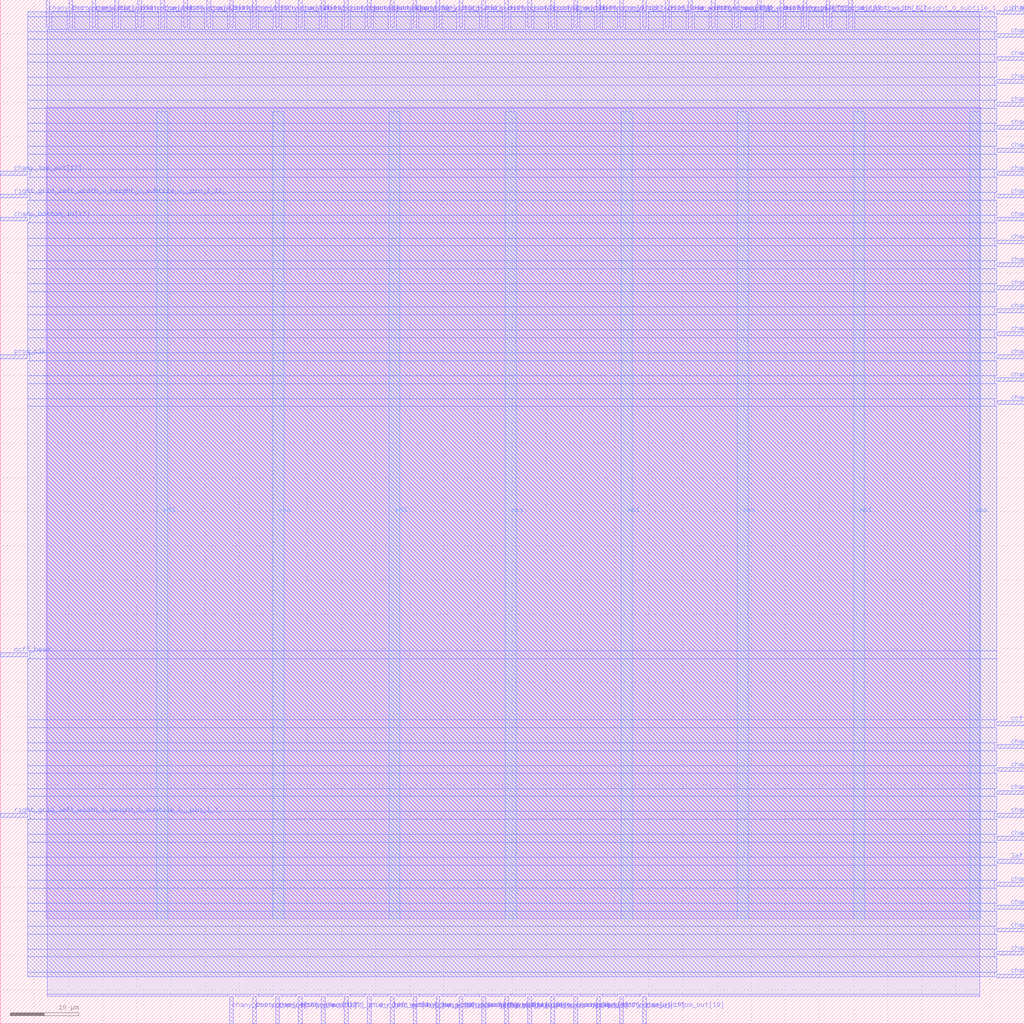
<source format=lef>
VERSION 5.7 ;
  NOWIREEXTENSIONATPIN ON ;
  DIVIDERCHAR "/" ;
  BUSBITCHARS "[]" ;
MACRO cby_0__1_
  CLASS BLOCK ;
  FOREIGN cby_0__1_ ;
  ORIGIN 0.000 0.000 ;
  SIZE 150.000 BY 150.000 ;
  PIN ccff_head
    DIRECTION INPUT ;
    USE SIGNAL ;
    ANTENNAGATEAREA 0.741000 ;
    ANTENNADIFFAREA 0.410400 ;
    PORT
      LAYER Metal3 ;
        RECT 0.000 53.760 4.000 54.320 ;
    END
  END ccff_head
  PIN ccff_tail
    DIRECTION OUTPUT TRISTATE ;
    USE SIGNAL ;
    ANTENNADIFFAREA 2.080400 ;
    PORT
      LAYER Metal3 ;
        RECT 146.000 43.680 150.000 44.240 ;
    END
  END ccff_tail
  PIN chany_bottom_in[0]
    DIRECTION INPUT ;
    USE SIGNAL ;
    ANTENNAGATEAREA 0.741000 ;
    ANTENNADIFFAREA 0.410400 ;
    PORT
      LAYER Metal2 ;
        RECT 6.720 146.000 7.280 150.000 ;
    END
  END chany_bottom_in[0]
  PIN chany_bottom_in[10]
    DIRECTION INPUT ;
    USE SIGNAL ;
    ANTENNAGATEAREA 0.741000 ;
    ANTENNADIFFAREA 0.410400 ;
    PORT
      LAYER Metal2 ;
        RECT 33.600 0.000 34.160 4.000 ;
    END
  END chany_bottom_in[10]
  PIN chany_bottom_in[11]
    DIRECTION INPUT ;
    USE SIGNAL ;
    ANTENNAGATEAREA 0.741000 ;
    ANTENNADIFFAREA 0.410400 ;
    PORT
      LAYER Metal3 ;
        RECT 146.000 104.160 150.000 104.720 ;
    END
  END chany_bottom_in[11]
  PIN chany_bottom_in[12]
    DIRECTION INPUT ;
    USE SIGNAL ;
    ANTENNAGATEAREA 0.741000 ;
    ANTENNADIFFAREA 0.410400 ;
    PORT
      LAYER Metal2 ;
        RECT 124.320 146.000 124.880 150.000 ;
    END
  END chany_bottom_in[12]
  PIN chany_bottom_in[13]
    DIRECTION INPUT ;
    USE SIGNAL ;
    ANTENNAGATEAREA 0.741000 ;
    ANTENNADIFFAREA 0.410400 ;
    PORT
      LAYER Metal2 ;
        RECT 43.680 146.000 44.240 150.000 ;
    END
  END chany_bottom_in[13]
  PIN chany_bottom_in[14]
    DIRECTION INPUT ;
    USE SIGNAL ;
    ANTENNAGATEAREA 0.741000 ;
    ANTENNADIFFAREA 0.410400 ;
    PORT
      LAYER Metal2 ;
        RECT 16.800 146.000 17.360 150.000 ;
    END
  END chany_bottom_in[14]
  PIN chany_bottom_in[15]
    DIRECTION INPUT ;
    USE SIGNAL ;
    ANTENNAGATEAREA 0.741000 ;
    ANTENNADIFFAREA 0.410400 ;
    PORT
      LAYER Metal2 ;
        RECT 77.280 146.000 77.840 150.000 ;
    END
  END chany_bottom_in[15]
  PIN chany_bottom_in[16]
    DIRECTION INPUT ;
    USE SIGNAL ;
    ANTENNAGATEAREA 0.741000 ;
    ANTENNADIFFAREA 0.410400 ;
    PORT
      LAYER Metal3 ;
        RECT 146.000 147.840 150.000 148.400 ;
    END
  END chany_bottom_in[16]
  PIN chany_bottom_in[17]
    DIRECTION INPUT ;
    USE SIGNAL ;
    ANTENNAGATEAREA 0.741000 ;
    ANTENNADIFFAREA 0.410400 ;
    PORT
      LAYER Metal3 ;
        RECT 0.000 117.600 4.000 118.160 ;
    END
  END chany_bottom_in[17]
  PIN chany_bottom_in[18]
    DIRECTION INPUT ;
    USE SIGNAL ;
    ANTENNAGATEAREA 0.741000 ;
    ANTENNADIFFAREA 0.410400 ;
    PORT
      LAYER Metal2 ;
        RECT 117.600 146.000 118.160 150.000 ;
    END
  END chany_bottom_in[18]
  PIN chany_bottom_in[19]
    DIRECTION INPUT ;
    USE SIGNAL ;
    ANTENNAGATEAREA 0.741000 ;
    ANTENNADIFFAREA 0.410400 ;
    PORT
      LAYER Metal2 ;
        RECT 36.960 146.000 37.520 150.000 ;
    END
  END chany_bottom_in[19]
  PIN chany_bottom_in[1]
    DIRECTION INPUT ;
    USE SIGNAL ;
    ANTENNAGATEAREA 0.741000 ;
    ANTENNADIFFAREA 0.410400 ;
    PORT
      LAYER Metal2 ;
        RECT 30.240 146.000 30.800 150.000 ;
    END
  END chany_bottom_in[1]
  PIN chany_bottom_in[2]
    DIRECTION INPUT ;
    USE SIGNAL ;
    ANTENNAGATEAREA 0.741000 ;
    ANTENNADIFFAREA 0.410400 ;
    PORT
      LAYER Metal2 ;
        RECT 23.520 146.000 24.080 150.000 ;
    END
  END chany_bottom_in[2]
  PIN chany_bottom_in[3]
    DIRECTION INPUT ;
    USE SIGNAL ;
    ANTENNAGATEAREA 0.741000 ;
    ANTENNADIFFAREA 0.410400 ;
    PORT
      LAYER Metal2 ;
        RECT 73.920 146.000 74.480 150.000 ;
    END
  END chany_bottom_in[3]
  PIN chany_bottom_in[4]
    DIRECTION INPUT ;
    USE SIGNAL ;
    ANTENNAGATEAREA 0.741000 ;
    ANTENNADIFFAREA 0.410400 ;
    PORT
      LAYER Metal2 ;
        RECT 87.360 0.000 87.920 4.000 ;
    END
  END chany_bottom_in[4]
  PIN chany_bottom_in[5]
    DIRECTION INPUT ;
    USE SIGNAL ;
    ANTENNAGATEAREA 0.741000 ;
    ANTENNADIFFAREA 0.410400 ;
    PORT
      LAYER Metal3 ;
        RECT 146.000 107.520 150.000 108.080 ;
    END
  END chany_bottom_in[5]
  PIN chany_bottom_in[6]
    DIRECTION INPUT ;
    USE SIGNAL ;
    ANTENNAGATEAREA 0.741000 ;
    ANTENNADIFFAREA 0.410400 ;
    PORT
      LAYER Metal3 ;
        RECT 146.000 6.720 150.000 7.280 ;
    END
  END chany_bottom_in[6]
  PIN chany_bottom_in[7]
    DIRECTION INPUT ;
    USE SIGNAL ;
    ANTENNAGATEAREA 0.741000 ;
    ANTENNADIFFAREA 0.410400 ;
    PORT
      LAYER Metal2 ;
        RECT 70.560 146.000 71.120 150.000 ;
    END
  END chany_bottom_in[7]
  PIN chany_bottom_in[8]
    DIRECTION INPUT ;
    USE SIGNAL ;
    ANTENNAGATEAREA 0.741000 ;
    ANTENNADIFFAREA 0.410400 ;
    PORT
      LAYER Metal3 ;
        RECT 146.000 141.120 150.000 141.680 ;
    END
  END chany_bottom_in[8]
  PIN chany_bottom_in[9]
    DIRECTION INPUT ;
    USE SIGNAL ;
    ANTENNAGATEAREA 0.741000 ;
    ANTENNADIFFAREA 0.410400 ;
    PORT
      LAYER Metal2 ;
        RECT 84.000 146.000 84.560 150.000 ;
    END
  END chany_bottom_in[9]
  PIN chany_bottom_out[0]
    DIRECTION OUTPUT TRISTATE ;
    USE SIGNAL ;
    ANTENNADIFFAREA 2.080400 ;
    PORT
      LAYER Metal2 ;
        RECT 80.640 0.000 81.200 4.000 ;
    END
  END chany_bottom_out[0]
  PIN chany_bottom_out[10]
    DIRECTION OUTPUT TRISTATE ;
    USE SIGNAL ;
    ANTENNADIFFAREA 1.986000 ;
    PORT
      LAYER Metal3 ;
        RECT 146.000 110.880 150.000 111.440 ;
    END
  END chany_bottom_out[10]
  PIN chany_bottom_out[11]
    DIRECTION OUTPUT TRISTATE ;
    USE SIGNAL ;
    ANTENNADIFFAREA 2.080400 ;
    PORT
      LAYER Metal2 ;
        RECT 40.320 0.000 40.880 4.000 ;
    END
  END chany_bottom_out[11]
  PIN chany_bottom_out[12]
    DIRECTION OUTPUT TRISTATE ;
    USE SIGNAL ;
    ANTENNADIFFAREA 2.080400 ;
    PORT
      LAYER Metal2 ;
        RECT 100.800 146.000 101.360 150.000 ;
    END
  END chany_bottom_out[12]
  PIN chany_bottom_out[13]
    DIRECTION OUTPUT TRISTATE ;
    USE SIGNAL ;
    ANTENNADIFFAREA 2.080400 ;
    PORT
      LAYER Metal3 ;
        RECT 146.000 36.960 150.000 37.520 ;
    END
  END chany_bottom_out[13]
  PIN chany_bottom_out[14]
    DIRECTION OUTPUT TRISTATE ;
    USE SIGNAL ;
    ANTENNADIFFAREA 2.080400 ;
    PORT
      LAYER Metal3 ;
        RECT 146.000 134.400 150.000 134.960 ;
    END
  END chany_bottom_out[14]
  PIN chany_bottom_out[15]
    DIRECTION OUTPUT TRISTATE ;
    USE SIGNAL ;
    ANTENNADIFFAREA 2.080400 ;
    PORT
      LAYER Metal2 ;
        RECT 63.840 0.000 64.400 4.000 ;
    END
  END chany_bottom_out[15]
  PIN chany_bottom_out[16]
    DIRECTION OUTPUT TRISTATE ;
    USE SIGNAL ;
    ANTENNADIFFAREA 1.986000 ;
    PORT
      LAYER Metal2 ;
        RECT 53.760 146.000 54.320 150.000 ;
    END
  END chany_bottom_out[16]
  PIN chany_bottom_out[17]
    DIRECTION OUTPUT TRISTATE ;
    USE SIGNAL ;
    ANTENNADIFFAREA 2.080400 ;
    PORT
      LAYER Metal2 ;
        RECT 77.280 0.000 77.840 4.000 ;
    END
  END chany_bottom_out[17]
  PIN chany_bottom_out[18]
    DIRECTION OUTPUT TRISTATE ;
    USE SIGNAL ;
    ANTENNADIFFAREA 2.080400 ;
    PORT
      LAYER Metal3 ;
        RECT 146.000 30.240 150.000 30.800 ;
    END
  END chany_bottom_out[18]
  PIN chany_bottom_out[19]
    DIRECTION OUTPUT TRISTATE ;
    USE SIGNAL ;
    ANTENNADIFFAREA 2.080400 ;
    PORT
      LAYER Metal2 ;
        RECT 94.080 0.000 94.640 4.000 ;
    END
  END chany_bottom_out[19]
  PIN chany_bottom_out[1]
    DIRECTION OUTPUT TRISTATE ;
    USE SIGNAL ;
    ANTENNADIFFAREA 2.080400 ;
    PORT
      LAYER Metal3 ;
        RECT 146.000 33.600 150.000 34.160 ;
    END
  END chany_bottom_out[1]
  PIN chany_bottom_out[2]
    DIRECTION OUTPUT TRISTATE ;
    USE SIGNAL ;
    ANTENNADIFFAREA 2.080400 ;
    PORT
      LAYER Metal3 ;
        RECT 146.000 40.320 150.000 40.880 ;
    END
  END chany_bottom_out[2]
  PIN chany_bottom_out[3]
    DIRECTION OUTPUT TRISTATE ;
    USE SIGNAL ;
    ANTENNADIFFAREA 1.986000 ;
    PORT
      LAYER Metal3 ;
        RECT 146.000 120.960 150.000 121.520 ;
    END
  END chany_bottom_out[3]
  PIN chany_bottom_out[4]
    DIRECTION OUTPUT TRISTATE ;
    USE SIGNAL ;
    ANTENNADIFFAREA 2.080400 ;
    PORT
      LAYER Metal2 ;
        RECT 110.880 146.000 111.440 150.000 ;
    END
  END chany_bottom_out[4]
  PIN chany_bottom_out[5]
    DIRECTION OUTPUT TRISTATE ;
    USE SIGNAL ;
    ANTENNADIFFAREA 2.080400 ;
    PORT
      LAYER Metal2 ;
        RECT 50.400 146.000 50.960 150.000 ;
    END
  END chany_bottom_out[5]
  PIN chany_bottom_out[6]
    DIRECTION OUTPUT TRISTATE ;
    USE SIGNAL ;
    ANTENNADIFFAREA 1.986000 ;
    PORT
      LAYER Metal3 ;
        RECT 146.000 100.800 150.000 101.360 ;
    END
  END chany_bottom_out[6]
  PIN chany_bottom_out[7]
    DIRECTION OUTPUT TRISTATE ;
    USE SIGNAL ;
    ANTENNADIFFAREA 2.080400 ;
    PORT
      LAYER Metal3 ;
        RECT 146.000 144.480 150.000 145.040 ;
    END
  END chany_bottom_out[7]
  PIN chany_bottom_out[8]
    DIRECTION OUTPUT TRISTATE ;
    USE SIGNAL ;
    ANTENNADIFFAREA 2.080400 ;
    PORT
      LAYER Metal2 ;
        RECT 67.200 0.000 67.760 4.000 ;
    END
  END chany_bottom_out[8]
  PIN chany_bottom_out[9]
    DIRECTION OUTPUT TRISTATE ;
    USE SIGNAL ;
    ANTENNADIFFAREA 2.080400 ;
    PORT
      LAYER Metal2 ;
        RECT 47.040 146.000 47.600 150.000 ;
    END
  END chany_bottom_out[9]
  PIN chany_top_in[0]
    DIRECTION INPUT ;
    USE SIGNAL ;
    ANTENNAGATEAREA 0.741000 ;
    ANTENNADIFFAREA 0.410400 ;
    PORT
      LAYER Metal2 ;
        RECT 73.920 0.000 74.480 4.000 ;
    END
  END chany_top_in[0]
  PIN chany_top_in[10]
    DIRECTION INPUT ;
    USE SIGNAL ;
    ANTENNAGATEAREA 0.741000 ;
    ANTENNADIFFAREA 0.410400 ;
    PORT
      LAYER Metal3 ;
        RECT 146.000 114.240 150.000 114.800 ;
    END
  END chany_top_in[10]
  PIN chany_top_in[11]
    DIRECTION INPUT ;
    USE SIGNAL ;
    ANTENNAGATEAREA 0.741000 ;
    ANTENNADIFFAREA 0.410400 ;
    PORT
      LAYER Metal2 ;
        RECT 43.680 0.000 44.240 4.000 ;
    END
  END chany_top_in[11]
  PIN chany_top_in[12]
    DIRECTION INPUT ;
    USE SIGNAL ;
    ANTENNAGATEAREA 0.741000 ;
    ANTENNADIFFAREA 0.410400 ;
    PORT
      LAYER Metal2 ;
        RECT 97.440 146.000 98.000 150.000 ;
    END
  END chany_top_in[12]
  PIN chany_top_in[13]
    DIRECTION INPUT ;
    USE SIGNAL ;
    ANTENNAGATEAREA 0.741000 ;
    ANTENNADIFFAREA 0.410400 ;
    PORT
      LAYER Metal3 ;
        RECT 146.000 20.160 150.000 20.720 ;
    END
  END chany_top_in[13]
  PIN chany_top_in[14]
    DIRECTION INPUT ;
    USE SIGNAL ;
    ANTENNAGATEAREA 0.741000 ;
    ANTENNADIFFAREA 0.410400 ;
    PORT
      LAYER Metal3 ;
        RECT 146.000 97.440 150.000 98.000 ;
    END
  END chany_top_in[14]
  PIN chany_top_in[15]
    DIRECTION INPUT ;
    USE SIGNAL ;
    ANTENNAGATEAREA 0.741000 ;
    ANTENNADIFFAREA 0.410400 ;
    PORT
      LAYER Metal2 ;
        RECT 36.960 0.000 37.520 4.000 ;
    END
  END chany_top_in[15]
  PIN chany_top_in[16]
    DIRECTION INPUT ;
    USE SIGNAL ;
    ANTENNAGATEAREA 0.741000 ;
    ANTENNADIFFAREA 0.410400 ;
    PORT
      LAYER Metal2 ;
        RECT 20.160 146.000 20.720 150.000 ;
    END
  END chany_top_in[16]
  PIN chany_top_in[17]
    DIRECTION INPUT ;
    USE SIGNAL ;
    ANTENNAGATEAREA 0.741000 ;
    ANTENNADIFFAREA 0.410400 ;
    PORT
      LAYER Metal2 ;
        RECT 84.000 0.000 84.560 4.000 ;
    END
  END chany_top_in[17]
  PIN chany_top_in[18]
    DIRECTION INPUT ;
    USE SIGNAL ;
    ANTENNAGATEAREA 0.741000 ;
    ANTENNADIFFAREA 0.410400 ;
    PORT
      LAYER Metal3 ;
        RECT 146.000 16.800 150.000 17.360 ;
    END
  END chany_top_in[18]
  PIN chany_top_in[19]
    DIRECTION INPUT ;
    USE SIGNAL ;
    ANTENNAGATEAREA 0.741000 ;
    ANTENNADIFFAREA 0.410400 ;
    PORT
      LAYER Metal2 ;
        RECT 90.720 0.000 91.280 4.000 ;
    END
  END chany_top_in[19]
  PIN chany_top_in[1]
    DIRECTION INPUT ;
    USE SIGNAL ;
    ANTENNAGATEAREA 0.741000 ;
    ANTENNADIFFAREA 0.410400 ;
    PORT
      LAYER Metal3 ;
        RECT 146.000 13.440 150.000 14.000 ;
    END
  END chany_top_in[1]
  PIN chany_top_in[2]
    DIRECTION INPUT ;
    USE SIGNAL ;
    ANTENNAGATEAREA 0.741000 ;
    ANTENNADIFFAREA 0.410400 ;
    PORT
      LAYER Metal3 ;
        RECT 146.000 10.080 150.000 10.640 ;
    END
  END chany_top_in[2]
  PIN chany_top_in[3]
    DIRECTION INPUT ;
    USE SIGNAL ;
    ANTENNAGATEAREA 0.741000 ;
    ANTENNADIFFAREA 0.410400 ;
    PORT
      LAYER Metal3 ;
        RECT 146.000 117.600 150.000 118.160 ;
    END
  END chany_top_in[3]
  PIN chany_top_in[4]
    DIRECTION INPUT ;
    USE SIGNAL ;
    ANTENNAGATEAREA 0.741000 ;
    ANTENNADIFFAREA 0.410400 ;
    PORT
      LAYER Metal2 ;
        RECT 104.160 146.000 104.720 150.000 ;
    END
  END chany_top_in[4]
  PIN chany_top_in[5]
    DIRECTION INPUT ;
    USE SIGNAL ;
    ANTENNAGATEAREA 0.741000 ;
    ANTENNADIFFAREA 0.410400 ;
    PORT
      LAYER Metal2 ;
        RECT 33.600 146.000 34.160 150.000 ;
    END
  END chany_top_in[5]
  PIN chany_top_in[6]
    DIRECTION INPUT ;
    USE SIGNAL ;
    ANTENNAGATEAREA 0.741000 ;
    ANTENNADIFFAREA 0.410400 ;
    PORT
      LAYER Metal3 ;
        RECT 146.000 94.080 150.000 94.640 ;
    END
  END chany_top_in[6]
  PIN chany_top_in[7]
    DIRECTION INPUT ;
    USE SIGNAL ;
    ANTENNAGATEAREA 0.741000 ;
    ANTENNADIFFAREA 0.410400 ;
    PORT
      LAYER Metal3 ;
        RECT 146.000 90.720 150.000 91.280 ;
    END
  END chany_top_in[7]
  PIN chany_top_in[8]
    DIRECTION INPUT ;
    USE SIGNAL ;
    ANTENNAGATEAREA 0.741000 ;
    ANTENNADIFFAREA 0.410400 ;
    PORT
      LAYER Metal2 ;
        RECT 60.480 0.000 61.040 4.000 ;
    END
  END chany_top_in[8]
  PIN chany_top_in[9]
    DIRECTION INPUT ;
    USE SIGNAL ;
    ANTENNAGATEAREA 0.741000 ;
    ANTENNADIFFAREA 0.410400 ;
    PORT
      LAYER Metal2 ;
        RECT 13.440 146.000 14.000 150.000 ;
    END
  END chany_top_in[9]
  PIN chany_top_out[0]
    DIRECTION OUTPUT TRISTATE ;
    USE SIGNAL ;
    ANTENNADIFFAREA 2.080400 ;
    PORT
      LAYER Metal2 ;
        RECT 57.120 146.000 57.680 150.000 ;
    END
  END chany_top_out[0]
  PIN chany_top_out[10]
    DIRECTION OUTPUT TRISTATE ;
    USE SIGNAL ;
    ANTENNADIFFAREA 2.080400 ;
    PORT
      LAYER Metal2 ;
        RECT 53.760 0.000 54.320 4.000 ;
    END
  END chany_top_out[10]
  PIN chany_top_out[11]
    DIRECTION OUTPUT TRISTATE ;
    USE SIGNAL ;
    ANTENNADIFFAREA 2.080400 ;
    PORT
      LAYER Metal3 ;
        RECT 146.000 131.040 150.000 131.600 ;
    END
  END chany_top_out[11]
  PIN chany_top_out[12]
    DIRECTION OUTPUT TRISTATE ;
    USE SIGNAL ;
    ANTENNADIFFAREA 2.080400 ;
    PORT
      LAYER Metal2 ;
        RECT 107.520 146.000 108.080 150.000 ;
    END
  END chany_top_out[12]
  PIN chany_top_out[13]
    DIRECTION OUTPUT TRISTATE ;
    USE SIGNAL ;
    ANTENNADIFFAREA 1.986000 ;
    PORT
      LAYER Metal2 ;
        RECT 60.480 146.000 61.040 150.000 ;
    END
  END chany_top_out[13]
  PIN chany_top_out[14]
    DIRECTION OUTPUT TRISTATE ;
    USE SIGNAL ;
    ANTENNADIFFAREA 1.986000 ;
    PORT
      LAYER Metal2 ;
        RECT 40.320 146.000 40.880 150.000 ;
    END
  END chany_top_out[14]
  PIN chany_top_out[15]
    DIRECTION OUTPUT TRISTATE ;
    USE SIGNAL ;
    ANTENNADIFFAREA 2.080400 ;
    PORT
      LAYER Metal2 ;
        RECT 90.720 146.000 91.280 150.000 ;
    END
  END chany_top_out[15]
  PIN chany_top_out[16]
    DIRECTION OUTPUT TRISTATE ;
    USE SIGNAL ;
    ANTENNADIFFAREA 2.080400 ;
    PORT
      LAYER Metal3 ;
        RECT 146.000 124.320 150.000 124.880 ;
    END
  END chany_top_out[16]
  PIN chany_top_out[17]
    DIRECTION OUTPUT TRISTATE ;
    USE SIGNAL ;
    ANTENNADIFFAREA 2.080400 ;
    PORT
      LAYER Metal3 ;
        RECT 0.000 124.320 4.000 124.880 ;
    END
  END chany_top_out[17]
  PIN chany_top_out[18]
    DIRECTION OUTPUT TRISTATE ;
    USE SIGNAL ;
    ANTENNADIFFAREA 2.080400 ;
    PORT
      LAYER Metal2 ;
        RECT 114.240 146.000 114.800 150.000 ;
    END
  END chany_top_out[18]
  PIN chany_top_out[19]
    DIRECTION OUTPUT TRISTATE ;
    USE SIGNAL ;
    ANTENNADIFFAREA 1.986000 ;
    PORT
      LAYER Metal2 ;
        RECT 26.880 146.000 27.440 150.000 ;
    END
  END chany_top_out[19]
  PIN chany_top_out[1]
    DIRECTION OUTPUT TRISTATE ;
    USE SIGNAL ;
    ANTENNADIFFAREA 1.986000 ;
    PORT
      LAYER Metal2 ;
        RECT 10.080 146.000 10.640 150.000 ;
    END
  END chany_top_out[1]
  PIN chany_top_out[2]
    DIRECTION OUTPUT TRISTATE ;
    USE SIGNAL ;
    ANTENNADIFFAREA 2.080400 ;
    PORT
      LAYER Metal2 ;
        RECT 63.840 146.000 64.400 150.000 ;
    END
  END chany_top_out[2]
  PIN chany_top_out[3]
    DIRECTION OUTPUT TRISTATE ;
    USE SIGNAL ;
    ANTENNADIFFAREA 2.080400 ;
    PORT
      LAYER Metal2 ;
        RECT 80.640 146.000 81.200 150.000 ;
    END
  END chany_top_out[3]
  PIN chany_top_out[4]
    DIRECTION OUTPUT TRISTATE ;
    USE SIGNAL ;
    ANTENNADIFFAREA 2.080400 ;
    PORT
      LAYER Metal2 ;
        RECT 70.560 0.000 71.120 4.000 ;
    END
  END chany_top_out[4]
  PIN chany_top_out[5]
    DIRECTION OUTPUT TRISTATE ;
    USE SIGNAL ;
    ANTENNADIFFAREA 2.080400 ;
    PORT
      LAYER Metal3 ;
        RECT 146.000 137.760 150.000 138.320 ;
    END
  END chany_top_out[5]
  PIN chany_top_out[6]
    DIRECTION OUTPUT TRISTATE ;
    USE SIGNAL ;
    ANTENNADIFFAREA 2.080400 ;
    PORT
      LAYER Metal3 ;
        RECT 146.000 26.880 150.000 27.440 ;
    END
  END chany_top_out[6]
  PIN chany_top_out[7]
    DIRECTION OUTPUT TRISTATE ;
    USE SIGNAL ;
    ANTENNADIFFAREA 2.080400 ;
    PORT
      LAYER Metal2 ;
        RECT 67.200 146.000 67.760 150.000 ;
    END
  END chany_top_out[7]
  PIN chany_top_out[8]
    DIRECTION OUTPUT TRISTATE ;
    USE SIGNAL ;
    ANTENNADIFFAREA 1.986000 ;
    PORT
      LAYER Metal3 ;
        RECT 146.000 127.680 150.000 128.240 ;
    END
  END chany_top_out[8]
  PIN chany_top_out[9]
    DIRECTION OUTPUT TRISTATE ;
    USE SIGNAL ;
    ANTENNADIFFAREA 2.080400 ;
    PORT
      LAYER Metal2 ;
        RECT 87.360 146.000 87.920 150.000 ;
    END
  END chany_top_out[9]
  PIN left_grid_right_width_0_height_0_subtile_0__pin_outpad_0_
    DIRECTION OUTPUT TRISTATE ;
    USE SIGNAL ;
    ANTENNADIFFAREA 0.360800 ;
    PORT
      LAYER Metal3 ;
        RECT 146.000 23.520 150.000 24.080 ;
    END
  END left_grid_right_width_0_height_0_subtile_0__pin_outpad_0_
  PIN left_grid_right_width_0_height_0_subtile_1__pin_outpad_0_
    DIRECTION OUTPUT TRISTATE ;
    USE SIGNAL ;
    ANTENNADIFFAREA 0.360800 ;
    PORT
      LAYER Metal2 ;
        RECT 120.960 146.000 121.520 150.000 ;
    END
  END left_grid_right_width_0_height_0_subtile_1__pin_outpad_0_
  PIN left_grid_right_width_0_height_0_subtile_2__pin_outpad_0_
    DIRECTION OUTPUT TRISTATE ;
    USE SIGNAL ;
    ANTENNADIFFAREA 0.360800 ;
    PORT
      LAYER Metal2 ;
        RECT 57.120 0.000 57.680 4.000 ;
    END
  END left_grid_right_width_0_height_0_subtile_2__pin_outpad_0_
  PIN left_grid_right_width_0_height_0_subtile_3__pin_outpad_0_
    DIRECTION OUTPUT TRISTATE ;
    USE SIGNAL ;
    ANTENNADIFFAREA 0.360800 ;
    PORT
      LAYER Metal2 ;
        RECT 50.400 0.000 50.960 4.000 ;
    END
  END left_grid_right_width_0_height_0_subtile_3__pin_outpad_0_
  PIN pReset
    DIRECTION INPUT ;
    USE SIGNAL ;
    ANTENNAGATEAREA 0.498500 ;
    ANTENNADIFFAREA 0.410400 ;
    PORT
      LAYER Metal2 ;
        RECT 47.040 0.000 47.600 4.000 ;
    END
  END pReset
  PIN prog_clk
    DIRECTION INPUT ;
    USE SIGNAL ;
    ANTENNAGATEAREA 4.738000 ;
    ANTENNADIFFAREA 0.410400 ;
    PORT
      LAYER Metal3 ;
        RECT 0.000 97.440 4.000 98.000 ;
    END
  END prog_clk
  PIN right_grid_left_width_0_height_0_subtile_0__pin_I_11_
    DIRECTION OUTPUT TRISTATE ;
    USE SIGNAL ;
    ANTENNADIFFAREA 0.360800 ;
    PORT
      LAYER Metal3 ;
        RECT 0.000 120.960 4.000 121.520 ;
    END
  END right_grid_left_width_0_height_0_subtile_0__pin_I_11_
  PIN right_grid_left_width_0_height_0_subtile_0__pin_I_3_
    DIRECTION OUTPUT TRISTATE ;
    USE SIGNAL ;
    ANTENNADIFFAREA 0.360800 ;
    PORT
      LAYER Metal2 ;
        RECT 94.080 146.000 94.640 150.000 ;
    END
  END right_grid_left_width_0_height_0_subtile_0__pin_I_3_
  PIN right_grid_left_width_0_height_0_subtile_0__pin_I_7_
    DIRECTION OUTPUT TRISTATE ;
    USE SIGNAL ;
    ANTENNADIFFAREA 0.360800 ;
    PORT
      LAYER Metal3 ;
        RECT 0.000 30.240 4.000 30.800 ;
    END
  END right_grid_left_width_0_height_0_subtile_0__pin_I_7_
  PIN vdd
    DIRECTION INOUT ;
    USE POWER ;
    PORT
      LAYER Metal4 ;
        RECT 22.930 15.380 24.530 133.580 ;
    END
    PORT
      LAYER Metal4 ;
        RECT 56.950 15.380 58.550 133.580 ;
    END
    PORT
      LAYER Metal4 ;
        RECT 90.970 15.380 92.570 133.580 ;
    END
    PORT
      LAYER Metal4 ;
        RECT 124.990 15.380 126.590 133.580 ;
    END
  END vdd
  PIN vss
    DIRECTION INOUT ;
    USE GROUND ;
    PORT
      LAYER Metal4 ;
        RECT 39.940 15.380 41.540 133.580 ;
    END
    PORT
      LAYER Metal4 ;
        RECT 73.960 15.380 75.560 133.580 ;
    END
    PORT
      LAYER Metal4 ;
        RECT 107.980 15.380 109.580 133.580 ;
    END
    PORT
      LAYER Metal4 ;
        RECT 142.000 15.380 143.600 133.580 ;
    END
  END vss
  OBS
      LAYER Metal1 ;
        RECT 6.720 15.380 143.600 134.250 ;
      LAYER Metal2 ;
        RECT 7.580 145.700 9.780 148.310 ;
        RECT 10.940 145.700 13.140 148.310 ;
        RECT 14.300 145.700 16.500 148.310 ;
        RECT 17.660 145.700 19.860 148.310 ;
        RECT 21.020 145.700 23.220 148.310 ;
        RECT 24.380 145.700 26.580 148.310 ;
        RECT 27.740 145.700 29.940 148.310 ;
        RECT 31.100 145.700 33.300 148.310 ;
        RECT 34.460 145.700 36.660 148.310 ;
        RECT 37.820 145.700 40.020 148.310 ;
        RECT 41.180 145.700 43.380 148.310 ;
        RECT 44.540 145.700 46.740 148.310 ;
        RECT 47.900 145.700 50.100 148.310 ;
        RECT 51.260 145.700 53.460 148.310 ;
        RECT 54.620 145.700 56.820 148.310 ;
        RECT 57.980 145.700 60.180 148.310 ;
        RECT 61.340 145.700 63.540 148.310 ;
        RECT 64.700 145.700 66.900 148.310 ;
        RECT 68.060 145.700 70.260 148.310 ;
        RECT 71.420 145.700 73.620 148.310 ;
        RECT 74.780 145.700 76.980 148.310 ;
        RECT 78.140 145.700 80.340 148.310 ;
        RECT 81.500 145.700 83.700 148.310 ;
        RECT 84.860 145.700 87.060 148.310 ;
        RECT 88.220 145.700 90.420 148.310 ;
        RECT 91.580 145.700 93.780 148.310 ;
        RECT 94.940 145.700 97.140 148.310 ;
        RECT 98.300 145.700 100.500 148.310 ;
        RECT 101.660 145.700 103.860 148.310 ;
        RECT 105.020 145.700 107.220 148.310 ;
        RECT 108.380 145.700 110.580 148.310 ;
        RECT 111.740 145.700 113.940 148.310 ;
        RECT 115.100 145.700 117.300 148.310 ;
        RECT 118.460 145.700 120.660 148.310 ;
        RECT 121.820 145.700 124.020 148.310 ;
        RECT 125.180 145.700 143.460 148.310 ;
        RECT 6.860 4.300 143.460 145.700 ;
        RECT 6.860 4.000 33.300 4.300 ;
        RECT 34.460 4.000 36.660 4.300 ;
        RECT 37.820 4.000 40.020 4.300 ;
        RECT 41.180 4.000 43.380 4.300 ;
        RECT 44.540 4.000 46.740 4.300 ;
        RECT 47.900 4.000 50.100 4.300 ;
        RECT 51.260 4.000 53.460 4.300 ;
        RECT 54.620 4.000 56.820 4.300 ;
        RECT 57.980 4.000 60.180 4.300 ;
        RECT 61.340 4.000 63.540 4.300 ;
        RECT 64.700 4.000 66.900 4.300 ;
        RECT 68.060 4.000 70.260 4.300 ;
        RECT 71.420 4.000 73.620 4.300 ;
        RECT 74.780 4.000 76.980 4.300 ;
        RECT 78.140 4.000 80.340 4.300 ;
        RECT 81.500 4.000 83.700 4.300 ;
        RECT 84.860 4.000 87.060 4.300 ;
        RECT 88.220 4.000 90.420 4.300 ;
        RECT 91.580 4.000 93.780 4.300 ;
        RECT 94.940 4.000 143.460 4.300 ;
      LAYER Metal3 ;
        RECT 4.000 147.540 145.700 148.260 ;
        RECT 4.000 145.340 146.000 147.540 ;
        RECT 4.000 144.180 145.700 145.340 ;
        RECT 4.000 141.980 146.000 144.180 ;
        RECT 4.000 140.820 145.700 141.980 ;
        RECT 4.000 138.620 146.000 140.820 ;
        RECT 4.000 137.460 145.700 138.620 ;
        RECT 4.000 135.260 146.000 137.460 ;
        RECT 4.000 134.100 145.700 135.260 ;
        RECT 4.000 131.900 146.000 134.100 ;
        RECT 4.000 130.740 145.700 131.900 ;
        RECT 4.000 128.540 146.000 130.740 ;
        RECT 4.000 127.380 145.700 128.540 ;
        RECT 4.000 125.180 146.000 127.380 ;
        RECT 4.300 124.020 145.700 125.180 ;
        RECT 4.000 121.820 146.000 124.020 ;
        RECT 4.300 120.660 145.700 121.820 ;
        RECT 4.000 118.460 146.000 120.660 ;
        RECT 4.300 117.300 145.700 118.460 ;
        RECT 4.000 115.100 146.000 117.300 ;
        RECT 4.000 113.940 145.700 115.100 ;
        RECT 4.000 111.740 146.000 113.940 ;
        RECT 4.000 110.580 145.700 111.740 ;
        RECT 4.000 108.380 146.000 110.580 ;
        RECT 4.000 107.220 145.700 108.380 ;
        RECT 4.000 105.020 146.000 107.220 ;
        RECT 4.000 103.860 145.700 105.020 ;
        RECT 4.000 101.660 146.000 103.860 ;
        RECT 4.000 100.500 145.700 101.660 ;
        RECT 4.000 98.300 146.000 100.500 ;
        RECT 4.300 97.140 145.700 98.300 ;
        RECT 4.000 94.940 146.000 97.140 ;
        RECT 4.000 93.780 145.700 94.940 ;
        RECT 4.000 91.580 146.000 93.780 ;
        RECT 4.000 90.420 145.700 91.580 ;
        RECT 4.000 54.620 146.000 90.420 ;
        RECT 4.300 53.460 146.000 54.620 ;
        RECT 4.000 44.540 146.000 53.460 ;
        RECT 4.000 43.380 145.700 44.540 ;
        RECT 4.000 41.180 146.000 43.380 ;
        RECT 4.000 40.020 145.700 41.180 ;
        RECT 4.000 37.820 146.000 40.020 ;
        RECT 4.000 36.660 145.700 37.820 ;
        RECT 4.000 34.460 146.000 36.660 ;
        RECT 4.000 33.300 145.700 34.460 ;
        RECT 4.000 31.100 146.000 33.300 ;
        RECT 4.300 29.940 145.700 31.100 ;
        RECT 4.000 27.740 146.000 29.940 ;
        RECT 4.000 26.580 145.700 27.740 ;
        RECT 4.000 24.380 146.000 26.580 ;
        RECT 4.000 23.220 145.700 24.380 ;
        RECT 4.000 21.020 146.000 23.220 ;
        RECT 4.000 19.860 145.700 21.020 ;
        RECT 4.000 17.660 146.000 19.860 ;
        RECT 4.000 16.500 145.700 17.660 ;
        RECT 4.000 14.300 146.000 16.500 ;
        RECT 4.000 13.140 145.700 14.300 ;
        RECT 4.000 10.940 146.000 13.140 ;
        RECT 4.000 9.780 145.700 10.940 ;
        RECT 4.000 7.580 146.000 9.780 ;
        RECT 4.000 6.860 145.700 7.580 ;
  END
END cby_0__1_
END LIBRARY


</source>
